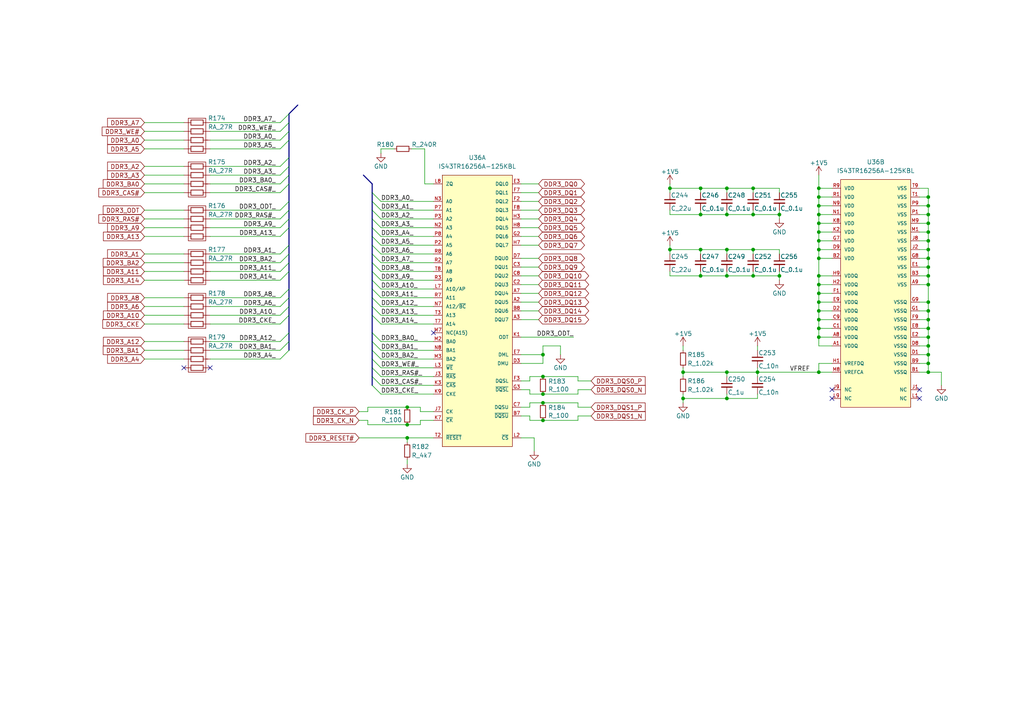
<source format=kicad_sch>
(kicad_sch (version 20211123) (generator eeschema)
  (paper "A4")
  (title_block (rev "v2") (comment 1 "Copyright Dejan Priversek 2017"))
  (junction (at 269.24 95.25))
  (junction (at 269.24 59.69))
  (junction (at 237.49 87.63))
  (junction (at 210.82 62.23))
  (junction (at 203.2 80.01))
  (junction (at 210.82 107.95))
  (junction (at 226.06 80.01))
  (junction (at 237.49 67.31))
  (junction (at 237.49 57.15))
  (junction (at 118.11 123.19))
  (junction (at 269.24 90.17))
  (junction (at 237.49 90.17))
  (junction (at 237.49 54.61))
  (junction (at 269.24 72.39))
  (junction (at 237.49 69.85))
  (junction (at 269.24 62.23))
  (junction (at 269.24 92.71))
  (junction (at 198.12 107.95))
  (junction (at 237.49 107.95))
  (junction (at 237.49 97.79))
  (junction (at 269.24 67.31))
  (junction (at 269.24 97.79))
  (junction (at 237.49 62.23))
  (junction (at 118.11 118.11))
  (junction (at 218.44 80.01))
  (junction (at 194.31 54.61))
  (junction (at 198.12 115.57))
  (junction (at 237.49 92.71))
  (junction (at 157.48 109.22))
  (junction (at 210.82 115.57))
  (junction (at 269.24 74.93))
  (junction (at 203.2 62.23))
  (junction (at 219.71 107.95))
  (junction (at 218.44 54.61))
  (junction (at 237.49 80.01))
  (junction (at 218.44 72.39))
  (junction (at 269.24 105.41))
  (junction (at 157.48 116.84))
  (junction (at 269.24 80.01))
  (junction (at 194.31 72.39))
  (junction (at 269.24 64.77))
  (junction (at 269.24 77.47))
  (junction (at 210.82 54.61))
  (junction (at 118.11 127))
  (junction (at 237.49 72.39))
  (junction (at 269.24 100.33))
  (junction (at 203.2 54.61))
  (junction (at 269.24 69.85))
  (junction (at 269.24 82.55))
  (junction (at 269.24 87.63))
  (junction (at 157.48 102.87))
  (junction (at 157.48 114.3))
  (junction (at 269.24 107.95))
  (junction (at 269.24 102.87))
  (junction (at 157.48 121.92))
  (junction (at 237.49 59.69))
  (junction (at 237.49 64.77))
  (junction (at 237.49 82.55))
  (junction (at 226.06 62.23))
  (junction (at 269.24 57.15))
  (junction (at 237.49 85.09))
  (junction (at 203.2 72.39))
  (junction (at 237.49 95.25))
  (junction (at 210.82 80.01))
  (junction (at 237.49 74.93))
  (junction (at 210.82 72.39))
  (junction (at 218.44 62.23))
  (no_connect (at 53.34 106.68))
  (no_connect (at 125.73 96.52))
  (no_connect (at 266.7 115.57))
  (no_connect (at 266.7 113.03))
  (no_connect (at 60.96 106.68))
  (no_connect (at 241.3 115.57))
  (no_connect (at 241.3 113.03))
  (bus_entry (at 107.95 76.2) (size 2.54 2.54))
  (bus_entry (at 81.28 68.58) (size 2.54 -2.54))
  (bus_entry (at 81.28 53.34) (size 2.54 -2.54))
  (bus_entry (at 81.28 86.36) (size 2.54 -2.54))
  (bus_entry (at 81.28 48.26) (size 2.54 -2.54))
  (bus_entry (at 81.28 60.96) (size 2.54 -2.54))
  (bus_entry (at 107.95 104.14) (size 2.54 2.54))
  (bus_entry (at 107.95 96.52) (size 2.54 2.54))
  (bus_entry (at 81.28 50.8) (size 2.54 -2.54))
  (bus_entry (at 81.28 43.18) (size 2.54 -2.54))
  (bus_entry (at 107.95 63.5) (size 2.54 2.54))
  (bus_entry (at 81.28 76.2) (size 2.54 -2.54))
  (bus_entry (at 107.95 66.04) (size 2.54 2.54))
  (bus_entry (at 107.95 60.96) (size 2.54 2.54))
  (bus_entry (at 107.95 106.68) (size 2.54 2.54))
  (bus_entry (at 81.28 63.5) (size 2.54 -2.54))
  (bus_entry (at 107.95 88.9) (size 2.54 2.54))
  (bus_entry (at 107.95 58.42) (size 2.54 2.54))
  (bus_entry (at 81.28 81.28) (size 2.54 -2.54))
  (bus_entry (at 81.28 40.64) (size 2.54 -2.54))
  (bus_entry (at 81.28 93.98) (size 2.54 -2.54))
  (bus_entry (at 81.28 78.74) (size 2.54 -2.54))
  (bus_entry (at 107.95 55.88) (size 2.54 2.54))
  (bus_entry (at 81.28 66.04) (size 2.54 -2.54))
  (bus_entry (at 107.95 73.66) (size 2.54 2.54))
  (bus_entry (at 81.28 73.66) (size 2.54 -2.54))
  (bus_entry (at 107.95 111.76) (size 2.54 2.54))
  (bus_entry (at 107.95 109.22) (size 2.54 2.54))
  (bus_entry (at 107.95 101.6) (size 2.54 2.54))
  (bus_entry (at 107.95 83.82) (size 2.54 2.54))
  (bus_entry (at 81.28 101.6) (size 2.54 -2.54))
  (bus_entry (at 81.28 91.44) (size 2.54 -2.54))
  (bus_entry (at 107.95 71.12) (size 2.54 2.54))
  (bus_entry (at 81.28 88.9) (size 2.54 -2.54))
  (bus_entry (at 107.95 68.58) (size 2.54 2.54))
  (bus_entry (at 107.95 86.36) (size 2.54 2.54))
  (bus_entry (at 107.95 78.74) (size 2.54 2.54))
  (bus_entry (at 81.28 55.88) (size 2.54 -2.54))
  (bus_entry (at 107.95 91.44) (size 2.54 2.54))
  (bus_entry (at 81.28 99.06) (size 2.54 -2.54))
  (bus_entry (at 81.28 104.14) (size 2.54 -2.54))
  (bus_entry (at 81.28 35.56) (size 2.54 -2.54))
  (bus_entry (at 81.28 38.1) (size 2.54 -2.54))
  (bus_entry (at 107.95 99.06) (size 2.54 2.54))
  (bus_entry (at 107.95 81.28) (size 2.54 2.54))
  (wire (pts (xy 203.2 54.61) (xy 203.2 55.88)))
  (wire (pts (xy 110.49 109.22) (xy 125.73 109.22)))
  (wire (pts (xy 203.2 72.39) (xy 203.2 73.66)))
  (wire (pts (xy 167.64 109.22) (xy 157.48 109.22)))
  (wire (pts (xy 237.49 59.69) (xy 237.49 62.23)))
  (wire (pts (xy 151.13 80.01) (xy 156.21 80.01)))
  (wire (pts (xy 210.82 60.96) (xy 210.82 62.23)))
  (bus (pts (xy 83.82 63.5) (xy 83.82 66.04)))
  (wire (pts (xy 151.13 68.58) (xy 156.21 68.58)))
  (wire (pts (xy 269.24 105.41) (xy 266.7 105.41)))
  (wire (pts (xy 118.11 123.19) (xy 121.92 123.19)))
  (wire (pts (xy 125.73 58.42) (xy 110.49 58.42)))
  (wire (pts (xy 210.82 72.39) (xy 210.82 73.66)))
  (bus (pts (xy 83.82 33.02) (xy 86.36 30.48)))
  (wire (pts (xy 219.71 106.68) (xy 219.71 107.95)))
  (wire (pts (xy 203.2 80.01) (xy 210.82 80.01)))
  (bus (pts (xy 107.95 104.14) (xy 107.95 106.68)))
  (wire (pts (xy 60.96 101.6) (xy 81.28 101.6)))
  (wire (pts (xy 151.13 90.17) (xy 156.21 90.17)))
  (wire (pts (xy 269.24 62.23) (xy 266.7 62.23)))
  (bus (pts (xy 105.41 50.8) (xy 107.95 53.34)))
  (wire (pts (xy 171.45 110.49) (xy 167.64 110.49)))
  (wire (pts (xy 237.49 74.93) (xy 237.49 80.01)))
  (wire (pts (xy 153.67 121.92) (xy 157.48 121.92)))
  (wire (pts (xy 218.44 54.61) (xy 218.44 55.88)))
  (wire (pts (xy 151.13 97.79) (xy 166.37 97.79)))
  (wire (pts (xy 194.31 54.61) (xy 203.2 54.61)))
  (wire (pts (xy 237.49 82.55) (xy 237.49 85.09)))
  (wire (pts (xy 269.24 57.15) (xy 269.24 59.69)))
  (wire (pts (xy 203.2 78.74) (xy 203.2 80.01)))
  (bus (pts (xy 83.82 53.34) (xy 83.82 58.42)))
  (bus (pts (xy 83.82 86.36) (xy 83.82 88.9)))
  (wire (pts (xy 237.49 74.93) (xy 241.3 74.93)))
  (wire (pts (xy 121.92 118.11) (xy 118.11 118.11)))
  (wire (pts (xy 210.82 80.01) (xy 218.44 80.01)))
  (wire (pts (xy 237.49 50.8) (xy 237.49 54.61)))
  (wire (pts (xy 157.48 105.41) (xy 151.13 105.41)))
  (wire (pts (xy 210.82 114.3) (xy 210.82 115.57)))
  (wire (pts (xy 198.12 115.57) (xy 210.82 115.57)))
  (wire (pts (xy 104.14 127) (xy 118.11 127)))
  (wire (pts (xy 269.24 69.85) (xy 266.7 69.85)))
  (wire (pts (xy 153.67 109.22) (xy 153.67 110.49)))
  (wire (pts (xy 269.24 90.17) (xy 269.24 92.71)))
  (wire (pts (xy 237.49 59.69) (xy 241.3 59.69)))
  (wire (pts (xy 219.71 115.57) (xy 219.71 114.3)))
  (bus (pts (xy 107.95 78.74) (xy 107.95 81.28)))
  (bus (pts (xy 83.82 38.1) (xy 83.82 40.64)))
  (wire (pts (xy 198.12 106.68) (xy 198.12 107.95)))
  (wire (pts (xy 151.13 102.87) (xy 157.48 102.87)))
  (wire (pts (xy 41.91 38.1) (xy 53.34 38.1)))
  (bus (pts (xy 83.82 40.64) (xy 83.82 45.72)))
  (bus (pts (xy 83.82 48.26) (xy 83.82 50.8)))
  (wire (pts (xy 269.24 64.77) (xy 266.7 64.77)))
  (wire (pts (xy 60.96 73.66) (xy 81.28 73.66)))
  (wire (pts (xy 125.73 68.58) (xy 110.49 68.58)))
  (wire (pts (xy 237.49 87.63) (xy 237.49 90.17)))
  (wire (pts (xy 237.49 105.41) (xy 241.3 105.41)))
  (wire (pts (xy 60.96 53.34) (xy 81.28 53.34)))
  (wire (pts (xy 237.49 64.77) (xy 237.49 67.31)))
  (wire (pts (xy 154.94 127) (xy 151.13 127)))
  (wire (pts (xy 194.31 54.61) (xy 194.31 55.88)))
  (wire (pts (xy 41.91 66.04) (xy 53.34 66.04)))
  (wire (pts (xy 60.96 78.74) (xy 81.28 78.74)))
  (wire (pts (xy 60.96 38.1) (xy 81.28 38.1)))
  (bus (pts (xy 107.95 96.52) (xy 107.95 99.06)))
  (wire (pts (xy 269.24 102.87) (xy 266.7 102.87)))
  (wire (pts (xy 157.48 114.3) (xy 167.64 114.3)))
  (wire (pts (xy 167.64 118.11) (xy 167.64 116.84)))
  (wire (pts (xy 151.13 55.88) (xy 156.21 55.88)))
  (wire (pts (xy 157.48 116.84) (xy 153.67 116.84)))
  (bus (pts (xy 107.95 81.28) (xy 107.95 83.82)))
  (wire (pts (xy 269.24 92.71) (xy 266.7 92.71)))
  (wire (pts (xy 151.13 74.93) (xy 156.21 74.93)))
  (wire (pts (xy 218.44 80.01) (xy 226.06 80.01)))
  (wire (pts (xy 269.24 67.31) (xy 266.7 67.31)))
  (wire (pts (xy 60.96 81.28) (xy 81.28 81.28)))
  (wire (pts (xy 60.96 63.5) (xy 81.28 63.5)))
  (wire (pts (xy 237.49 62.23) (xy 237.49 64.77)))
  (wire (pts (xy 203.2 60.96) (xy 203.2 62.23)))
  (wire (pts (xy 198.12 115.57) (xy 198.12 116.84)))
  (wire (pts (xy 171.45 118.11) (xy 167.64 118.11)))
  (bus (pts (xy 107.95 73.66) (xy 107.95 76.2)))
  (wire (pts (xy 269.24 77.47) (xy 266.7 77.47)))
  (wire (pts (xy 203.2 72.39) (xy 210.82 72.39)))
  (bus (pts (xy 107.95 91.44) (xy 107.95 96.52)))
  (wire (pts (xy 269.24 95.25) (xy 266.7 95.25)))
  (wire (pts (xy 60.96 48.26) (xy 81.28 48.26)))
  (wire (pts (xy 237.49 95.25) (xy 237.49 97.79)))
  (wire (pts (xy 237.49 57.15) (xy 241.3 57.15)))
  (wire (pts (xy 125.73 73.66) (xy 110.49 73.66)))
  (wire (pts (xy 194.31 53.34) (xy 194.31 54.61)))
  (wire (pts (xy 121.92 119.38) (xy 121.92 118.11)))
  (wire (pts (xy 110.49 106.68) (xy 125.73 106.68)))
  (wire (pts (xy 194.31 80.01) (xy 194.31 78.74)))
  (wire (pts (xy 269.24 64.77) (xy 269.24 67.31)))
  (wire (pts (xy 269.24 97.79) (xy 266.7 97.79)))
  (wire (pts (xy 125.73 101.6) (xy 110.49 101.6)))
  (wire (pts (xy 194.31 72.39) (xy 194.31 73.66)))
  (wire (pts (xy 237.49 92.71) (xy 241.3 92.71)))
  (wire (pts (xy 118.11 127) (xy 125.73 127)))
  (wire (pts (xy 41.91 35.56) (xy 53.34 35.56)))
  (wire (pts (xy 269.24 74.93) (xy 266.7 74.93)))
  (wire (pts (xy 210.82 80.01) (xy 210.82 78.74)))
  (wire (pts (xy 60.96 86.36) (xy 81.28 86.36)))
  (bus (pts (xy 107.95 86.36) (xy 107.95 88.9)))
  (wire (pts (xy 226.06 60.96) (xy 226.06 62.23)))
  (wire (pts (xy 167.64 113.03) (xy 171.45 113.03)))
  (wire (pts (xy 153.67 110.49) (xy 151.13 110.49)))
  (wire (pts (xy 125.73 66.04) (xy 110.49 66.04)))
  (wire (pts (xy 226.06 62.23) (xy 226.06 63.5)))
  (wire (pts (xy 194.31 62.23) (xy 203.2 62.23)))
  (wire (pts (xy 237.49 97.79) (xy 241.3 97.79)))
  (wire (pts (xy 237.49 57.15) (xy 237.49 59.69)))
  (wire (pts (xy 125.73 91.44) (xy 110.49 91.44)))
  (wire (pts (xy 125.73 119.38) (xy 121.92 119.38)))
  (wire (pts (xy 125.73 71.12) (xy 110.49 71.12)))
  (bus (pts (xy 83.82 78.74) (xy 83.82 83.82)))
  (bus (pts (xy 83.82 71.12) (xy 83.82 73.66)))
  (wire (pts (xy 237.49 69.85) (xy 241.3 69.85)))
  (wire (pts (xy 269.24 82.55) (xy 269.24 87.63)))
  (wire (pts (xy 237.49 95.25) (xy 241.3 95.25)))
  (wire (pts (xy 218.44 80.01) (xy 218.44 78.74)))
  (bus (pts (xy 107.95 101.6) (xy 107.95 104.14)))
  (wire (pts (xy 237.49 67.31) (xy 237.49 69.85)))
  (wire (pts (xy 167.64 120.65) (xy 171.45 120.65)))
  (wire (pts (xy 60.96 99.06) (xy 81.28 99.06)))
  (wire (pts (xy 269.24 54.61) (xy 266.7 54.61)))
  (wire (pts (xy 237.49 72.39) (xy 237.49 74.93)))
  (bus (pts (xy 83.82 66.04) (xy 83.82 71.12)))
  (wire (pts (xy 123.19 53.34) (xy 123.19 43.18)))
  (wire (pts (xy 269.24 72.39) (xy 269.24 74.93)))
  (wire (pts (xy 269.24 80.01) (xy 269.24 82.55)))
  (wire (pts (xy 125.73 104.14) (xy 110.49 104.14)))
  (wire (pts (xy 151.13 77.47) (xy 156.21 77.47)))
  (wire (pts (xy 237.49 90.17) (xy 237.49 92.71)))
  (wire (pts (xy 269.24 95.25) (xy 269.24 97.79)))
  (wire (pts (xy 194.31 62.23) (xy 194.31 60.96)))
  (wire (pts (xy 269.24 105.41) (xy 269.24 107.95)))
  (wire (pts (xy 125.73 81.28) (xy 110.49 81.28)))
  (bus (pts (xy 83.82 45.72) (xy 83.82 48.26)))
  (wire (pts (xy 218.44 72.39) (xy 226.06 72.39)))
  (bus (pts (xy 107.95 63.5) (xy 107.95 66.04)))
  (wire (pts (xy 237.49 72.39) (xy 241.3 72.39)))
  (wire (pts (xy 41.91 91.44) (xy 53.34 91.44)))
  (wire (pts (xy 60.96 104.14) (xy 81.28 104.14)))
  (wire (pts (xy 125.73 76.2) (xy 110.49 76.2)))
  (wire (pts (xy 198.12 101.6) (xy 198.12 100.33)))
  (wire (pts (xy 151.13 60.96) (xy 156.21 60.96)))
  (wire (pts (xy 118.11 118.11) (xy 106.68 118.11)))
  (wire (pts (xy 194.31 71.12) (xy 194.31 72.39)))
  (wire (pts (xy 151.13 85.09) (xy 156.21 85.09)))
  (wire (pts (xy 210.82 72.39) (xy 218.44 72.39)))
  (wire (pts (xy 237.49 107.95) (xy 241.3 107.95)))
  (bus (pts (xy 107.95 66.04) (xy 107.95 68.58)))
  (wire (pts (xy 60.96 35.56) (xy 81.28 35.56)))
  (wire (pts (xy 237.49 67.31) (xy 241.3 67.31)))
  (wire (pts (xy 269.24 62.23) (xy 269.24 64.77)))
  (wire (pts (xy 167.64 110.49) (xy 167.64 109.22)))
  (wire (pts (xy 110.49 111.76) (xy 125.73 111.76)))
  (wire (pts (xy 41.91 104.14) (xy 53.34 104.14)))
  (wire (pts (xy 125.73 83.82) (xy 110.49 83.82)))
  (wire (pts (xy 167.64 114.3) (xy 167.64 113.03)))
  (wire (pts (xy 151.13 92.71) (xy 156.21 92.71)))
  (wire (pts (xy 104.14 119.38) (xy 106.68 119.38)))
  (wire (pts (xy 237.49 100.33) (xy 241.3 100.33)))
  (wire (pts (xy 125.73 60.96) (xy 110.49 60.96)))
  (wire (pts (xy 167.64 121.92) (xy 167.64 120.65)))
  (wire (pts (xy 157.48 100.33) (xy 162.56 100.33)))
  (wire (pts (xy 269.24 90.17) (xy 266.7 90.17)))
  (wire (pts (xy 269.24 82.55) (xy 266.7 82.55)))
  (wire (pts (xy 151.13 58.42) (xy 156.21 58.42)))
  (wire (pts (xy 151.13 113.03) (xy 153.67 113.03)))
  (wire (pts (xy 41.91 55.88) (xy 53.34 55.88)))
  (wire (pts (xy 237.49 97.79) (xy 237.49 100.33)))
  (wire (pts (xy 269.24 72.39) (xy 266.7 72.39)))
  (wire (pts (xy 153.67 120.65) (xy 153.67 121.92)))
  (wire (pts (xy 266.7 107.95) (xy 269.24 107.95)))
  (wire (pts (xy 237.49 92.71) (xy 237.49 95.25)))
  (wire (pts (xy 157.48 121.92) (xy 167.64 121.92)))
  (wire (pts (xy 237.49 87.63) (xy 241.3 87.63)))
  (wire (pts (xy 60.96 91.44) (xy 81.28 91.44)))
  (bus (pts (xy 107.95 99.06) (xy 107.95 101.6)))
  (wire (pts (xy 151.13 66.04) (xy 156.21 66.04)))
  (wire (pts (xy 41.91 60.96) (xy 53.34 60.96)))
  (wire (pts (xy 203.2 62.23) (xy 210.82 62.23)))
  (bus (pts (xy 83.82 91.44) (xy 83.82 96.52)))
  (wire (pts (xy 210.82 62.23) (xy 218.44 62.23)))
  (wire (pts (xy 266.7 57.15) (xy 269.24 57.15)))
  (wire (pts (xy 106.68 119.38) (xy 106.68 118.11)))
  (wire (pts (xy 118.11 128.27) (xy 118.11 127)))
  (bus (pts (xy 107.95 60.96) (xy 107.95 63.5)))
  (wire (pts (xy 203.2 54.61) (xy 210.82 54.61)))
  (wire (pts (xy 198.12 114.3) (xy 198.12 115.57)))
  (wire (pts (xy 154.94 127) (xy 154.94 130.81)))
  (wire (pts (xy 151.13 82.55) (xy 156.21 82.55)))
  (wire (pts (xy 269.24 100.33) (xy 269.24 102.87)))
  (wire (pts (xy 237.49 54.61) (xy 237.49 57.15)))
  (bus (pts (xy 83.82 58.42) (xy 83.82 60.96)))
  (wire (pts (xy 237.49 85.09) (xy 237.49 87.63)))
  (wire (pts (xy 194.31 80.01) (xy 203.2 80.01)))
  (wire (pts (xy 60.96 76.2) (xy 81.28 76.2)))
  (bus (pts (xy 83.82 33.02) (xy 83.82 35.56)))
  (wire (pts (xy 269.24 74.93) (xy 269.24 77.47)))
  (wire (pts (xy 210.82 54.61) (xy 218.44 54.61)))
  (wire (pts (xy 41.91 86.36) (xy 53.34 86.36)))
  (wire (pts (xy 41.91 40.64) (xy 53.34 40.64)))
  (bus (pts (xy 83.82 76.2) (xy 83.82 78.74)))
  (wire (pts (xy 210.82 54.61) (xy 210.82 55.88)))
  (wire (pts (xy 218.44 72.39) (xy 218.44 73.66)))
  (wire (pts (xy 41.91 68.58) (xy 53.34 68.58)))
  (wire (pts (xy 237.49 82.55) (xy 241.3 82.55)))
  (wire (pts (xy 114.3 43.18) (xy 110.49 43.18)))
  (wire (pts (xy 157.48 100.33) (xy 157.48 102.87)))
  (bus (pts (xy 107.95 55.88) (xy 107.95 58.42)))
  (wire (pts (xy 125.73 121.92) (xy 121.92 121.92)))
  (wire (pts (xy 41.91 48.26) (xy 53.34 48.26)))
  (wire (pts (xy 41.91 88.9) (xy 53.34 88.9)))
  (bus (pts (xy 83.82 96.52) (xy 83.82 99.06)))
  (wire (pts (xy 218.44 60.96) (xy 218.44 62.23)))
  (bus (pts (xy 107.95 53.34) (xy 107.95 55.88)))
  (wire (pts (xy 41.91 53.34) (xy 53.34 53.34)))
  (wire (pts (xy 151.13 63.5) (xy 156.21 63.5)))
  (wire (pts (xy 218.44 54.61) (xy 226.06 54.61)))
  (wire (pts (xy 60.96 93.98) (xy 81.28 93.98)))
  (wire (pts (xy 151.13 71.12) (xy 156.21 71.12)))
  (wire (pts (xy 153.67 114.3) (xy 157.48 114.3)))
  (wire (pts (xy 106.68 121.92) (xy 106.68 123.19)))
  (wire (pts (xy 118.11 133.35) (xy 118.11 134.62)))
  (wire (pts (xy 41.91 63.5) (xy 53.34 63.5)))
  (wire (pts (xy 269.24 77.47) (xy 269.24 80.01)))
  (wire (pts (xy 226.06 54.61) (xy 226.06 55.88)))
  (wire (pts (xy 237.49 80.01) (xy 237.49 82.55)))
  (wire (pts (xy 41.91 50.8) (xy 53.34 50.8)))
  (wire (pts (xy 151.13 87.63) (xy 156.21 87.63)))
  (wire (pts (xy 237.49 80.01) (xy 241.3 80.01)))
  (wire (pts (xy 153.67 113.03) (xy 153.67 114.3)))
  (bus (pts (xy 83.82 88.9) (xy 83.82 91.44)))
  (wire (pts (xy 210.82 109.22) (xy 210.82 107.95)))
  (wire (pts (xy 153.67 116.84) (xy 153.67 118.11)))
  (wire (pts (xy 210.82 107.95) (xy 219.71 107.95)))
  (wire (pts (xy 157.48 102.87) (xy 157.48 105.41)))
  (wire (pts (xy 237.49 85.09) (xy 241.3 85.09)))
  (wire (pts (xy 269.24 67.31) (xy 269.24 69.85)))
  (wire (pts (xy 269.24 59.69) (xy 269.24 62.23)))
  (wire (pts (xy 269.24 87.63) (xy 269.24 90.17)))
  (wire (pts (xy 121.92 121.92) (xy 121.92 123.19)))
  (wire (pts (xy 237.49 69.85) (xy 237.49 72.39)))
  (wire (pts (xy 104.14 121.92) (xy 106.68 121.92)))
  (wire (pts (xy 269.24 97.79) (xy 269.24 100.33)))
  (bus (pts (xy 83.82 83.82) (xy 83.82 86.36)))
  (bus (pts (xy 83.82 35.56) (xy 83.82 38.1)))
  (wire (pts (xy 198.12 107.95) (xy 198.12 109.22)))
  (wire (pts (xy 269.24 80.01) (xy 266.7 80.01)))
  (wire (pts (xy 60.96 43.18) (xy 81.28 43.18)))
  (bus (pts (xy 107.95 88.9) (xy 107.95 91.44)))
  (wire (pts (xy 162.56 100.33) (xy 162.56 102.87)))
  (wire (pts (xy 41.91 101.6) (xy 53.34 101.6)))
  (wire (pts (xy 110.49 114.3) (xy 125.73 114.3)))
  (wire (pts (xy 41.91 99.06) (xy 53.34 99.06)))
  (wire (pts (xy 226.06 72.39) (xy 226.06 73.66)))
  (wire (pts (xy 60.96 55.88) (xy 81.28 55.88)))
  (wire (pts (xy 60.96 66.04) (xy 81.28 66.04)))
  (wire (pts (xy 237.49 105.41) (xy 237.49 107.95)))
  (wire (pts (xy 219.71 100.33) (xy 219.71 101.6)))
  (wire (pts (xy 194.31 72.39) (xy 203.2 72.39)))
  (wire (pts (xy 41.91 43.18) (xy 53.34 43.18)))
  (wire (pts (xy 226.06 78.74) (xy 226.06 80.01)))
  (wire (pts (xy 237.49 62.23) (xy 241.3 62.23)))
  (bus (pts (xy 83.82 73.66) (xy 83.82 76.2)))
  (wire (pts (xy 241.3 54.61) (xy 237.49 54.61)))
  (wire (pts (xy 41.91 81.28) (xy 53.34 81.28)))
  (wire (pts (xy 210.82 115.57) (xy 219.71 115.57)))
  (bus (pts (xy 83.82 60.96) (xy 83.82 63.5)))
  (wire (pts (xy 219.71 107.95) (xy 237.49 107.95)))
  (wire (pts (xy 60.96 60.96) (xy 81.28 60.96)))
  (wire (pts (xy 60.96 68.58) (xy 81.28 68.58)))
  (bus (pts (xy 83.82 99.06) (xy 83.82 101.6)))
  (wire (pts (xy 41.91 93.98) (xy 53.34 93.98)))
  (wire (pts (xy 153.67 118.11) (xy 151.13 118.11)))
  (wire (pts (xy 125.73 63.5) (xy 110.49 63.5)))
  (bus (pts (xy 107.95 76.2) (xy 107.95 78.74)))
  (wire (pts (xy 167.64 116.84) (xy 157.48 116.84)))
  (wire (pts (xy 237.49 90.17) (xy 241.3 90.17)))
  (wire (pts (xy 125.73 86.36) (xy 110.49 86.36)))
  (wire (pts (xy 41.91 78.74) (xy 53.34 78.74)))
  (wire (pts (xy 226.06 80.01) (xy 226.06 81.28)))
  (bus (pts (xy 107.95 109.22) (xy 107.95 111.76)))
  (wire (pts (xy 269.24 59.69) (xy 266.7 59.69)))
  (wire (pts (xy 269.24 102.87) (xy 269.24 105.41)))
  (wire (pts (xy 237.49 64.77) (xy 241.3 64.77)))
  (wire (pts (xy 125.73 53.34) (xy 123.19 53.34)))
  (wire (pts (xy 41.91 76.2) (xy 53.34 76.2)))
  (wire (pts (xy 41.91 73.66) (xy 53.34 73.66)))
  (bus (pts (xy 107.95 71.12) (xy 107.95 73.66)))
  (wire (pts (xy 125.73 99.06) (xy 110.49 99.06)))
  (wire (pts (xy 219.71 107.95) (xy 219.71 109.22)))
  (wire (pts (xy 269.24 92.71) (xy 269.24 95.25)))
  (bus (pts (xy 107.95 106.68) (xy 107.95 109.22)))
  (wire (pts (xy 110.49 43.18) (xy 110.49 44.45)))
  (bus (pts (xy 83.82 50.8) (xy 83.82 53.34)))
  (wire (pts (xy 157.48 109.22) (xy 153.67 109.22)))
  (wire (pts (xy 125.73 78.74) (xy 110.49 78.74)))
  (wire (pts (xy 151.13 120.65) (xy 153.67 120.65)))
  (wire (pts (xy 273.05 107.95) (xy 273.05 111.76)))
  (wire (pts (xy 151.13 53.34) (xy 156.21 53.34)))
  (wire (pts (xy 125.73 88.9) (xy 110.49 88.9)))
  (bus (pts (xy 107.95 83.82) (xy 107.95 86.36)))
  (wire (pts (xy 60.96 50.8) (xy 81.28 50.8)))
  (bus (pts (xy 107.95 68.58) (xy 107.95 71.12)))
  (wire (pts (xy 218.44 62.23) (xy 226.06 62.23)))
  (wire (pts (xy 269.24 100.33) (xy 266.7 100.33)))
  (wire (pts (xy 269.24 107.95) (xy 273.05 107.95)))
  (wire (pts (xy 106.68 123.19) (xy 118.11 123.19)))
  (wire (pts (xy 60.96 40.64) (xy 81.28 40.64)))
  (wire (pts (xy 123.19 43.18) (xy 119.38 43.18)))
  (wire (pts (xy 125.73 93.98) (xy 110.49 93.98)))
  (bus (pts (xy 107.95 58.42) (xy 107.95 60.96)))
  (wire (pts (xy 269.24 87.63) (xy 266.7 87.63)))
  (wire (pts (xy 269.24 54.61) (xy 269.24 57.15)))
  (wire (pts (xy 198.12 107.95) (xy 210.82 107.95)))
  (wire (pts (xy 269.24 69.85) (xy 269.24 72.39)))
  (wire (pts (xy 60.96 88.9) (xy 81.28 88.9)))
  (label "DDR3_BA0_" (at 80.01 53.34 180))
  (label "DDR3_WE#_" (at 80.01 38.1 180))
  (label "DDR3_A0_" (at 110.49 58.42 0))
  (label "DDR3_A3_" (at 110.49 66.04 0))
  (label "DDR3_A8_" (at 110.49 78.74 0))
  (label "DDR3_A8_" (at 80.01 86.36 180))
  (label "DDR3_A10_" (at 80.01 91.44 180))
  (label "DDR3_A2_" (at 80.01 48.26 180))
  (label "DDR3_A4_" (at 110.49 68.58 0))
  (label "DDR3_A0_" (at 80.01 40.64 180))
  (label "DDR3_RAS#_" (at 110.49 109.22 0))
  (label "DDR3_BA0_" (at 110.49 99.06 0))
  (label "DDR3_A3_" (at 80.01 50.8 180))
  (label "DDR3_A7_" (at 110.49 76.2 0))
  (label "DDR3_RAS#_" (at 80.01 63.5 180))
  (label "DDR3_A1_" (at 110.49 60.96 0))
  (label "DDR3_A6_" (at 110.49 73.66 0))
  (label "DDR3_A12_" (at 110.49 88.9 0))
  (label "DDR3_ODT_" (at 166.37 97.79 180))
  (label "DDR3_CKE_" (at 110.49 114.3 0))
  (label "DDR3_A4_" (at 80.01 104.14 180))
  (label "DDR3_A14_" (at 110.49 93.98 0))
  (label "DDR3_A12_" (at 80.01 99.06 180))
  (label "DDR3_A13_" (at 110.49 91.44 0))
  (label "DDR3_BA1_" (at 110.49 101.6 0))
  (label "DDR3_A14_" (at 80.01 81.28 180))
  (label "DDR3_BA1_" (at 80.01 101.6 180))
  (label "DDR3_A11_" (at 110.49 86.36 0))
  (label "DDR3_BA2_" (at 80.01 76.2 180))
  (label "DDR3_ODT_" (at 80.01 60.96 180))
  (label "DDR3_WE#_" (at 110.49 106.68 0))
  (label "DDR3_CKE_" (at 80.01 93.98 180))
  (label "DDR3_A1_" (at 80.01 73.66 180))
  (label "DDR3_CAS#_" (at 80.01 55.88 180))
  (label "DDR3_A11_" (at 80.01 78.74 180))
  (label "DDR3_A13_" (at 80.01 68.58 180))
  (label "VFREF" (at 234.95 107.95 180))
  (label "DDR3_A2_" (at 110.49 63.5 0))
  (label "DDR3_A9_" (at 110.49 81.28 0))
  (label "DDR3_A5_" (at 80.01 43.18 180))
  (label "DDR3_A9_" (at 80.01 66.04 180))
  (label "DDR3_CAS#_" (at 110.49 111.76 0))
  (label "DDR3_A10_" (at 110.49 83.82 0))
  (label "DDR3_A7_" (at 80.01 35.56 180))
  (label "DDR3_A5_" (at 110.49 71.12 0))
  (label "DDR3_BA2_" (at 110.49 104.14 0))
  (label "DDR3_A6_" (at 80.01 88.9 180))
  (global_label "DDR3_DQ6" (shape bidirectional) (at 156.21 68.58 0) (property "Intersheet References" "${INTERSHEET_REFS}" (effects hide)))
  (global_label "DDR3_BA0" (shape input) (at 41.91 53.34 180) (property "Intersheet References" "${INTERSHEET_REFS}" (effects hide)))
  (global_label "DDR3_DQ11" (shape bidirectional) (at 156.21 82.55 0) (property "Intersheet References" "${INTERSHEET_REFS}" (effects hide)))
  (global_label "DDR3_RAS#" (shape input) (at 41.91 63.5 180) (property "Intersheet References" "${INTERSHEET_REFS}" (effects hide)))
  (global_label "DDR3_RESET#" (shape input) (at 104.14 127 180) (property "Intersheet References" "${INTERSHEET_REFS}" (effects hide)))
  (global_label "DDR3_DQ13" (shape bidirectional) (at 156.21 87.63 0) (property "Intersheet References" "${INTERSHEET_REFS}" (effects hide)))
  (global_label "DDR3_A13" (shape input) (at 41.91 68.58 180) (property "Intersheet References" "${INTERSHEET_REFS}" (effects hide)))
  (global_label "DDR3_DQ8" (shape bidirectional) (at 156.21 74.93 0) (property "Intersheet References" "${INTERSHEET_REFS}" (effects hide)))
  (global_label "DDR3_CK_P" (shape input) (at 104.14 119.38 180) (property "Intersheet References" "${INTERSHEET_REFS}" (effects hide)))
  (global_label "DDR3_ODT" (shape input) (at 41.91 60.96 180) (property "Intersheet References" "${INTERSHEET_REFS}" (effects hide)))
  (global_label "DDR3_A12" (shape input) (at 41.91 99.06 180) (property "Intersheet References" "${INTERSHEET_REFS}" (effects hide)))
  (global_label "DDR3_A7" (shape input) (at 41.91 35.56 180) (property "Intersheet References" "${INTERSHEET_REFS}" (effects hide)))
  (global_label "DDR3_A6" (shape input) (at 41.91 88.9 180) (property "Intersheet References" "${INTERSHEET_REFS}" (effects hide)))
  (global_label "DDR3_DQS1_P" (shape input) (at 171.45 118.11 0) (property "Intersheet References" "${INTERSHEET_REFS}" (effects hide)))
  (global_label "DDR3_DQ7" (shape bidirectional) (at 156.21 71.12 0) (property "Intersheet References" "${INTERSHEET_REFS}" (effects hide)))
  (global_label "DDR3_DQ3" (shape bidirectional) (at 156.21 60.96 0) (property "Intersheet References" "${INTERSHEET_REFS}" (effects hide)))
  (global_label "DDR3_BA2" (shape input) (at 41.91 76.2 180) (property "Intersheet References" "${INTERSHEET_REFS}" (effects hide)))
  (global_label "DDR3_DQ10" (shape bidirectional) (at 156.21 80.01 0) (property "Intersheet References" "${INTERSHEET_REFS}" (effects hide)))
  (global_label "DDR3_CK_N" (shape input) (at 104.14 121.92 180) (property "Intersheet References" "${INTERSHEET_REFS}" (effects hide)))
  (global_label "DDR3_A9" (shape input) (at 41.91 66.04 180) (property "Intersheet References" "${INTERSHEET_REFS}" (effects hide)))
  (global_label "DDR3_A4" (shape input) (at 41.91 104.14 180) (property "Intersheet References" "${INTERSHEET_REFS}" (effects hide)))
  (global_label "DDR3_DQ15" (shape bidirectional) (at 156.21 92.71 0) (property "Intersheet References" "${INTERSHEET_REFS}" (effects hide)))
  (global_label "DDR3_DQ4" (shape bidirectional) (at 156.21 63.5 0) (property "Intersheet References" "${INTERSHEET_REFS}" (effects hide)))
  (global_label "DDR3_DQ5" (shape bidirectional) (at 156.21 66.04 0) (property "Intersheet References" "${INTERSHEET_REFS}" (effects hide)))
  (global_label "DDR3_A3" (shape input) (at 41.91 50.8 180) (property "Intersheet References" "${INTERSHEET_REFS}" (effects hide)))
  (global_label "DDR3_CKE" (shape input) (at 41.91 93.98 180) (property "Intersheet References" "${INTERSHEET_REFS}" (effects hide)))
  (global_label "DDR3_DQ0" (shape bidirectional) (at 156.21 53.34 0) (property "Intersheet References" "${INTERSHEET_REFS}" (effects hide)))
  (global_label "DDR3_A1" (shape input) (at 41.91 73.66 180) (property "Intersheet References" "${INTERSHEET_REFS}" (effects hide)))
  (global_label "DDR3_CAS#" (shape input) (at 41.91 55.88 180) (property "Intersheet References" "${INTERSHEET_REFS}" (effects hide)))
  (global_label "DDR3_A10" (shape input) (at 41.91 91.44 180) (property "Intersheet References" "${INTERSHEET_REFS}" (effects hide)))
  (global_label "DDR3_A5" (shape input) (at 41.91 43.18 180) (property "Intersheet References" "${INTERSHEET_REFS}" (effects hide)))
  (global_label "DDR3_A8" (shape input) (at 41.91 86.36 180) (property "Intersheet References" "${INTERSHEET_REFS}" (effects hide)))
  (global_label "DDR3_A14" (shape input) (at 41.91 81.28 180) (property "Intersheet References" "${INTERSHEET_REFS}" (effects hide)))
  (global_label "DDR3_WE#" (shape input) (at 41.91 38.1 180) (property "Intersheet References" "${INTERSHEET_REFS}" (effects hide)))
  (global_label "DDR3_A11" (shape input) (at 41.91 78.74 180) (property "Intersheet References" "${INTERSHEET_REFS}" (effects hide)))
  (global_label "DDR3_DQ9" (shape bidirectional) (at 156.21 77.47 0) (property "Intersheet References" "${INTERSHEET_REFS}" (effects hide)))
  (global_label "DDR3_BA1" (shape input) (at 41.91 101.6 180) (property "Intersheet References" "${INTERSHEET_REFS}" (effects hide)))
  (global_label "DDR3_DQ12" (shape bidirectional) (at 156.21 85.09 0) (property "Intersheet References" "${INTERSHEET_REFS}" (effects hide)))
  (global_label "DDR3_A2" (shape input) (at 41.91 48.26 180) (property "Intersheet References" "${INTERSHEET_REFS}" (effects hide)))
  (global_label "DDR3_DQS0_N" (shape input) (at 171.45 113.03 0) (property "Intersheet References" "${INTERSHEET_REFS}" (effects hide)))
  (global_label "DDR3_DQS1_N" (shape input) (at 171.45 120.65 0) (property "Intersheet References" "${INTERSHEET_REFS}" (effects hide)))
  (global_label "DDR3_DQ2" (shape bidirectional) (at 156.21 58.42 0) (property "Intersheet References" "${INTERSHEET_REFS}" (effects hide)))
  (global_label "DDR3_A0" (shape input) (at 41.91 40.64 180) (property "Intersheet References" "${INTERSHEET_REFS}" (effects hide)))
  (global_label "DDR3_DQ1" (shape bidirectional) (at 156.21 55.88 0) (property "Intersheet References" "${INTERSHEET_REFS}" (effects hide)))
  (global_label "DDR3_DQS0_P" (shape input) (at 171.45 110.49 0) (property "Intersheet References" "${INTERSHEET_REFS}" (effects hide)))
  (global_label "DDR3_DQ14" (shape bidirectional) (at 156.21 90.17 0) (property "Intersheet References" "${INTERSHEET_REFS}" (effects hide)))
  (symbol (lib_id "ScopefunParts:+1.5V") (at 237.49 50.8 0) (unit 1)
    (property "Reference" "#PWR0407" (effects hide))
    (property "Value" "+1.5V" (at 237.49 47.244 0))
  )
  (symbol (lib_id "Scopefun_v2-rescue:GND") (at 198.12 116.84 0)
    (property "Reference" "#PWR0408" (effects hide))
    (property "Value" "GND" (at 198.12 120.65 0))
  )
  (symbol (lib_id "Scopefun_v2-rescue:GND") (at 273.05 111.76 0)
    (property "Reference" "#PWR0409" (effects hide))
    (property "Value" "GND" (at 273.05 115.57 0))
  )
  (symbol (lib_id "Scopefun_v2-rescue:GND") (at 110.49 44.45 0)
    (property "Reference" "#PWR0410" (effects hide))
    (property "Value" "GND" (at 110.49 48.26 0))
  )
  (symbol (lib_id "ScopefunParts:R_4k7") (at 118.11 130.81 0) (unit 1)
    (property "Reference" "R182" (at 119.38 129.54 0) (effects (justify left)))
    (property "Value" "R_4k7" (at 119.38 132.08 0) (effects (justify left)))
    (property "Footprint" "ScopefunPackagesLibrary:R_0603" (effects hide))
    (property "Datasheet" "http://industrial.panasonic.com/cdbs/www-data/pdf/AOA0000/AOA0000CE2.pdf" (effects hide))
    (property "MFG Part#" "ERJ-3EKF4701V" (effects hide))
    (property "Description" "RES SMD 1% 1/10W 0603" (effects hide))
  )
  (symbol (lib_id "Scopefun_v2-rescue:GND") (at 154.94 130.81 0)
    (property "Reference" "#PWR0411" (effects hide))
    (property "Value" "GND" (at 154.94 134.62 0))
  )
  (symbol (lib_id "Scopefun_v2-rescue:GND") (at 162.56 102.87 0)
    (property "Reference" "#PWR0412" (effects hide))
    (property "Value" "GND" (at 162.56 106.68 0))
  )
  (symbol (lib_id "Scopefun_v2-rescue:GND") (at 118.11 134.62 0)
    (property "Reference" "#PWR0413" (effects hide))
    (property "Value" "GND" (at 118.11 138.43 0))
  )
  (symbol (lib_id "ScopefunParts:R_240R") (at 116.84 43.18 270) (unit 1)
    (property "Reference" "R180" (at 109.22 41.91 90) (effects (justify left)))
    (property "Value" "R_240R" (at 119.38 41.91 90) (effects (justify left)))
    (property "Footprint" "ScopefunPackagesLibrary:R_0603" (effects hide))
    (property "Datasheet" "http://industrial.panasonic.com/cdbs/www-data/pdf/AOA0000/AOA0000CE2.pdf" (effects hide))
    (property "MFG Part#" "ERJ-3EKF2400V" (effects hide))
    (property "Description" "RES SMD 1% 1/10W 0603" (effects hide))
  )
  (symbol (lib_id "ScopefunParts:+1.5V") (at 198.12 100.33 0) (unit 1)
    (property "Reference" "#PWR0414" (effects hide))
    (property "Value" "+1.5V" (at 198.12 96.774 0))
  )
  (symbol (lib_id "ScopefunParts:C_10n") (at 219.71 111.76 0) (unit 1)
    (property "Reference" "C254" (at 219.964 109.982 0) (effects (justify left)))
    (property "Value" "C_10n" (at 219.964 113.792 0) (effects (justify left)))
    (property "Footprint" "ScopefunPackagesLibrary:C_0603" (effects hide))
    (property "MFG Part#" "GRM1885C1H103JA01D" (effects hide))
    (property "Description" "MLCC - SMD/SMT 0603 50V C0G 5%" (effects hide))
  )
  (symbol (lib_id "ScopefunParts:C_10n") (at 219.71 104.14 0) (unit 1)
    (property "Reference" "C253" (at 219.964 102.362 0) (effects (justify left)))
    (property "Value" "C_10n" (at 219.964 106.172 0) (effects (justify left)))
    (property "Footprint" "ScopefunPackagesLibrary:C_0603" (effects hide))
    (property "MFG Part#" "GRM1885C1H103JA01D" (effects hide))
    (property "Description" "MLCC - SMD/SMT 0603 50V C0G 5%" (effects hide))
  )
  (symbol (lib_id "ScopefunParts:+1.5V") (at 219.71 100.33 0) (unit 1)
    (property "Reference" "#PWR0415" (effects hide))
    (property "Value" "+1.5V" (at 219.71 96.774 0))
  )
  (symbol (lib_id "ScopefunParts:C_1u") (at 210.82 111.76 0) (unit 1)
    (property "Reference" "C250" (at 211.074 109.982 0) (effects (justify left)))
    (property "Value" "C_1u" (at 211.074 113.792 0) (effects (justify left)))
    (property "Footprint" "ScopefunPackagesLibrary:C_0603" (effects hide))
    (property "MFG Part#" "C0603C105K9PACTU" (effects hide))
    (property "Description" "MLCC - SMD/SMT 0603 6.3V X5R 10%" (effects hide))
  )
  (symbol (lib_id "ScopefunParts:R_1.02k") (at 198.12 111.76 0) (unit 1)
    (property "Reference" "R186" (at 199.39 110.49 0) (effects (justify left)))
    (property "Value" "R_1.02k" (at 199.39 113.03 0) (effects (justify left)))
    (property "Footprint" "ScopefunPackagesLibrary:R_0603" (effects hide))
    (property "Datasheet" "http://industrial.panasonic.com/cdbs/www-data/pdf/AOA0000/AOA0000CE2.pdf" (effects hide))
    (property "MFG Part#" "ERJ-3EKF1021V" (effects hide))
    (property "Description" "RES SMD 1% 1/10W 0603" (effects hide))
  )
  (symbol (lib_id "ScopefunParts:R_1.02k") (at 198.12 104.14 0) (unit 1)
    (property "Reference" "R185" (at 199.39 102.87 0) (effects (justify left)))
    (property "Value" "R_1.02k" (at 199.39 105.41 0) (effects (justify left)))
    (property "Footprint" "ScopefunPackagesLibrary:R_0603" (effects hide))
    (property "Datasheet" "http://industrial.panasonic.com/cdbs/www-data/pdf/AOA0000/AOA0000CE2.pdf" (effects hide))
    (property "MFG Part#" "ERJ-3EKF1021V" (effects hide))
    (property "Description" "RES SMD 1% 1/10W 0603" (effects hide))
  )
  (symbol (lib_id "ScopefunParts:C_22u") (at 194.31 58.42 0) (unit 1)
    (property "Reference" "C244" (at 194.564 56.642 0) (effects (justify left)))
    (property "Value" "C_22u" (at 194.564 60.452 0) (effects (justify left)))
    (property "Footprint" "ScopefunPackagesLibrary:C_0805" (effects hide))
    (property "MFG Part#" "LMK212BBJ226MG-T" (effects hide))
    (property "Description" "MLCC - SMD/SMT 0805 10V X5R 20%" (effects hide))
  )
  (symbol (lib_id "ScopefunParts:+1.5V") (at 194.31 53.34 0) (unit 1)
    (property "Reference" "#PWR0416" (effects hide))
    (property "Value" "+1.5V" (at 194.31 49.784 0))
  )
  (symbol (lib_id "ScopefunParts:C_0.1u") (at 203.2 58.42 0) (unit 1)
    (property "Reference" "C246" (at 203.454 56.642 0) (effects (justify left)))
    (property "Value" "C_0.1u" (at 203.454 60.452 0) (effects (justify left)))
    (property "Footprint" "ScopefunPackagesLibrary:C_0603" (effects hide))
    (property "MFG Part#" "C0603C104K4RACTU" (effects hide))
    (property "Description" "MLCC - SMD/SMT 0603 16V X7R 10%" (effects hide))
  )
  (symbol (lib_id "ScopefunParts:C_0.1u") (at 210.82 58.42 0) (unit 1)
    (property "Reference" "C248" (at 211.074 56.642 0) (effects (justify left)))
    (property "Value" "C_0.1u" (at 211.074 60.452 0) (effects (justify left)))
    (property "Footprint" "ScopefunPackagesLibrary:C_0603" (effects hide))
    (property "MFG Part#" "C0603C104K4RACTU" (effects hide))
    (property "Description" "MLCC - SMD/SMT 0603 16V X7R 10%" (effects hide))
  )
  (symbol (lib_id "ScopefunParts:C_0.1u") (at 218.44 58.42 0) (unit 1)
    (property "Reference" "C251" (at 218.694 56.642 0) (effects (justify left)))
    (property "Value" "C_0.1u" (at 218.694 60.452 0) (effects (justify left)))
    (property "Footprint" "ScopefunPackagesLibrary:C_0603" (effects hide))
    (property "MFG Part#" "C0603C104K4RACTU" (effects hide))
    (property "Description" "MLCC - SMD/SMT 0603 16V X7R 10%" (effects hide))
  )
  (symbol (lib_id "ScopefunParts:C_0.1u") (at 226.06 58.42 0) (unit 1)
    (property "Reference" "C255" (at 226.314 56.642 0) (effects (justify left)))
    (property "Value" "C_0.1u" (at 226.314 60.452 0) (effects (justify left)))
    (property "Footprint" "ScopefunPackagesLibrary:C_0603" (effects hide))
    (property "MFG Part#" "C0603C104K4RACTU" (effects hide))
    (property "Description" "MLCC - SMD/SMT 0603 16V X7R 10%" (effects hide))
  )
  (symbol (lib_id "Scopefun_v2-rescue:GND") (at 226.06 63.5 0)
    (property "Reference" "#PWR0417" (effects hide))
    (property "Value" "GND" (at 226.06 67.31 0))
  )
  (symbol (lib_id "ScopefunParts:C_22u") (at 194.31 76.2 0) (unit 1)
    (property "Reference" "C245" (at 194.564 74.422 0) (effects (justify left)))
    (property "Value" "C_22u" (at 194.564 78.232 0) (effects (justify left)))
    (property "Footprint" "ScopefunPackagesLibrary:C_0805" (effects hide))
    (property "MFG Part#" "LMK212BBJ226MG-T" (effects hide))
    (property "Description" "MLCC - SMD/SMT 0805 10V X5R 20%" (effects hide))
  )
  (symbol (lib_id "ScopefunParts:+1.5V") (at 194.31 71.12 0) (unit 1)
    (property "Reference" "#PWR0418" (effects hide))
    (property "Value" "+1.5V" (at 194.31 67.564 0))
  )
  (symbol (lib_id "ScopefunParts:C_0.1u") (at 203.2 76.2 0) (unit 1)
    (property "Reference" "C247" (at 203.454 74.422 0) (effects (justify left)))
    (property "Value" "C_0.1u" (at 203.454 78.232 0) (effects (justify left)))
    (property "Footprint" "ScopefunPackagesLibrary:C_0603" (effects hide))
    (property "MFG Part#" "C0603C104K4RACTU" (effects hide))
    (property "Description" "MLCC - SMD/SMT 0603 16V X7R 10%" (effects hide))
  )
  (symbol (lib_id "ScopefunParts:C_0.1u") (at 210.82 76.2 0) (unit 1)
    (property "Reference" "C249" (at 211.074 74.422 0) (effects (justify left)))
    (property "Value" "C_0.1u" (at 211.074 78.232 0) (effects (justify left)))
    (property "Footprint" "ScopefunPackagesLibrary:C_0603" (effects hide))
    (property "MFG Part#" "C0603C104K4RACTU" (effects hide))
    (property "Description" "MLCC - SMD/SMT 0603 16V X7R 10%" (effects hide))
  )
  (symbol (lib_id "ScopefunParts:C_0.1u") (at 218.44 76.2 0) (unit 1)
    (property "Reference" "C252" (at 218.694 74.422 0) (effects (justify left)))
    (property "Value" "C_0.1u" (at 218.694 78.232 0) (effects (justify left)))
    (property "Footprint" "ScopefunPackagesLibrary:C_0603" (effects hide))
    (property "MFG Part#" "C0603C104K4RACTU" (effects hide))
    (property "Description" "MLCC - SMD/SMT 0603 16V X7R 10%" (effects hide))
  )
  (symbol (lib_id "ScopefunParts:C_0.1u") (at 226.06 76.2 0) (unit 1)
    (property "Reference" "C256" (at 226.314 74.422 0) (effects (justify left)))
    (property "Value" "C_0.1u" (at 226.314 78.232 0) (effects (justify left)))
    (property "Footprint" "ScopefunPackagesLibrary:C_0603" (effects hide))
    (property "MFG Part#" "C0603C104K4RACTU" (effects hide))
    (property "Description" "MLCC - SMD/SMT 0603 16V X7R 10%" (effects hide))
  )
  (symbol (lib_id "Scopefun_v2-rescue:GND") (at 226.06 81.28 0)
    (property "Reference" "#PWR0419" (effects hide))
    (property "Value" "GND" (at 226.06 85.09 0))
  )
  (symbol (lib_id "ScopefunParts:R_100") (at 157.48 111.76 0) (unit 1)
    (property "Reference" "R183" (at 158.9786 110.5916 0) (effects (justify left)))
    (property "Value" "R_100" (at 158.9786 112.903 0) (effects (justify left)))
    (property "Footprint" "ScopefunPackagesLibrary:R_0402" (effects hide))
    (property "Datasheet" "https://industrial.panasonic.com/ww/products/resistors/chip-resistors/chip-resistors/precision-thick-film-chip-resistors/ERJ3EKF1000V" (effects hide))
    (property "MFG Part#" "ERJ-2RKF1000X" (effects hide))
    (property "Description" "RES SMD 1% 1/10W 0402" (effects hide))
  )
  (symbol (lib_id "ScopefunParts:R_100") (at 157.48 119.38 0) (unit 1)
    (property "Reference" "R184" (at 158.9786 118.2116 0) (effects (justify left)))
    (property "Value" "R_100" (at 158.9786 120.523 0) (effects (justify left)))
    (property "Footprint" "ScopefunPackagesLibrary:R_0402" (effects hide))
    (property "Datasheet" "https://industrial.panasonic.com/ww/products/resistors/chip-resistors/chip-resistors/precision-thick-film-chip-resistors/ERJ3EKF1000V" (effects hide))
    (property "MFG Part#" "ERJ-2RKF1000X" (effects hide))
    (property "Description" "RES SMD 1% 1/10W 0402" (effects hide))
  )
  (symbol (lib_id "ScopefunParts:R_100") (at 118.11 120.65 0) (mirror y) (unit 1)
    (property "Reference" "R181" (at 116.6368 119.4816 0) (effects (justify left)))
    (property "Value" "R_100" (at 116.6368 121.793 0) (effects (justify left)))
    (property "Footprint" "ScopefunPackagesLibrary:R_0402" (effects hide))
    (property "Datasheet" "https://industrial.panasonic.com/ww/products/resistors/chip-resistors/chip-resistors/precision-thick-film-chip-resistors/ERJ3EKF1000V" (effects hide))
    (property "MFG Part#" "ERJ-2RKF1000X" (effects hide))
    (property "Description" "RES SMD 1% 1/10W 0402" (effects hide))
  )
  (symbol (lib_id "ScopefunParts:IS43TR16256A-125KBL") (at 138.43 87.63 0) (unit 1)
    (property "Reference" "U36" (at 138.43 45.72 0))
    (property "Value" "IS43TR16256A-125KBL" (at 138.43 48.26 0))
    (property "Footprint" "ScopefunPackagesLibrary:TW-BGA-96" (effects hide))
    (property "Datasheet" "http://www.issi.com/WW/pdf/43-46TR16256A-85120AL.pdf" (effects hide))
    (property "MFG Part#" "IS43TR16256A-125KBL" (effects hide))
    (property "Description" "256M X 16 BIT DDR3 SRAM 1.5V" (effects hide))
  )
  (symbol (lib_id "ScopefunParts:IS43TR16256A-125KBL") (at 254 88.9 0) (unit 2)
    (property "Reference" "U36" (at 254 46.99 0))
    (property "Value" "IS43TR16256A-125KBL" (at 254 49.53 0))
    (property "Footprint" "ScopefunPackagesLibrary:TW-BGA-96" (effects hide))
    (property "Datasheet" "http://www.issi.com/WW/pdf/43-46TR16640B-81280BL.pdf" (effects hide))
    (property "Description" "256M X 16 BIT DDR3 SRAM 1.5V" (effects hide))
    (property "MFG Part#" "IS43TR16640B-125JBL" (effects hide))
  )
  (symbol (lib_id "ScopefunParts:RA_27R") (at 57.15 39.37 0) (unit 1)
    (property "Reference" "R174" (at 60.325 34.29 0) (effects (justify left)))
    (property "Value" "RA_27R" (at 60.325 36.83 0) (effects (justify left)))
    (property "Footprint" "ScopefunPackagesLibrary:R_CRA06E" (effects hide))
    (property "Datasheet" "http://www.yageo.com/documents/recent/PYu-YC_TC_group_51_RoHS_L_5.pdf" (effects hide))
    (property "MFG Part#" "YC164-JR-0727RL" (effects hide))
    (property "Description" "RES ARRAY SMD 5% 0.063W 3.2mm x 1.5mm" (effects hide))
  )
  (symbol (lib_id "ScopefunParts:RA_27R") (at 57.15 52.07 0) (unit 1)
    (property "Reference" "R175" (at 60.325 46.99 0) (effects (justify left)))
    (property "Value" "RA_27R" (at 60.325 49.53 0) (effects (justify left)))
    (property "Footprint" "ScopefunPackagesLibrary:R_CRA06E" (effects hide))
    (property "Datasheet" "http://www.yageo.com/documents/recent/PYu-YC_TC_group_51_RoHS_L_5.pdf" (effects hide))
    (property "MFG Part#" "YC164-JR-0727RL" (effects hide))
    (property "Description" "RES ARRAY SMD 5% 0.063W 3.2mm x 1.5mm" (effects hide))
  )
  (symbol (lib_id "ScopefunParts:RA_27R") (at 57.15 64.77 0) (unit 1)
    (property "Reference" "R176" (at 60.325 59.69 0) (effects (justify left)))
    (property "Value" "RA_27R" (at 60.325 62.23 0) (effects (justify left)))
    (property "Footprint" "ScopefunPackagesLibrary:R_CRA06E" (effects hide))
    (property "Datasheet" "http://www.yageo.com/documents/recent/PYu-YC_TC_group_51_RoHS_L_5.pdf" (effects hide))
    (property "MFG Part#" "YC164-JR-0727RL" (effects hide))
    (property "Description" "RES ARRAY SMD 5% 0.063W 3.2mm x 1.5mm" (effects hide))
  )
  (symbol (lib_id "ScopefunParts:RA_27R") (at 57.15 77.47 0) (unit 1)
    (property "Reference" "R177" (at 60.325 72.39 0) (effects (justify left)))
    (property "Value" "RA_27R" (at 60.325 74.93 0) (effects (justify left)))
    (property "Footprint" "ScopefunPackagesLibrary:R_CRA06E" (effects hide))
    (property "Datasheet" "http://www.yageo.com/documents/recent/PYu-YC_TC_group_51_RoHS_L_5.pdf" (effects hide))
    (property "MFG Part#" "YC164-JR-0727RL" (effects hide))
    (property "Description" "RES ARRAY SMD 5% 0.063W 3.2mm x 1.5mm" (effects hide))
  )
  (symbol (lib_id "ScopefunParts:RA_27R") (at 57.15 90.17 0) (unit 1)
    (property "Reference" "R178" (at 60.325 85.09 0) (effects (justify left)))
    (property "Value" "RA_27R" (at 60.325 87.63 0) (effects (justify left)))
    (property "Footprint" "ScopefunPackagesLibrary:R_CRA06E" (effects hide))
    (property "Datasheet" "http://www.yageo.com/documents/recent/PYu-YC_TC_group_51_RoHS_L_5.pdf" (effects hide))
    (property "MFG Part#" "YC164-JR-0727RL" (effects hide))
    (property "Description" "RES ARRAY SMD 5% 0.063W 3.2mm x 1.5mm" (effects hide))
  )
  (symbol (lib_id "ScopefunParts:RA_27R") (at 57.15 102.87 0) (unit 1)
    (property "Reference" "R179" (at 60.325 97.79 0) (effects (justify left)))
    (property "Value" "RA_27R" (at 60.325 100.33 0) (effects (justify left)))
    (property "Footprint" "ScopefunPackagesLibrary:R_CRA06E" (effects hide))
    (property "Datasheet" "http://www.yageo.com/documents/recent/PYu-YC_TC_group_51_RoHS_L_5.pdf" (effects hide))
    (property "MFG Part#" "YC164-JR-0727RL" (effects hide))
    (property "Description" "RES ARRAY SMD 5% 0.063W 3.2mm x 1.5mm" (effects hide))
  )
)
</source>
